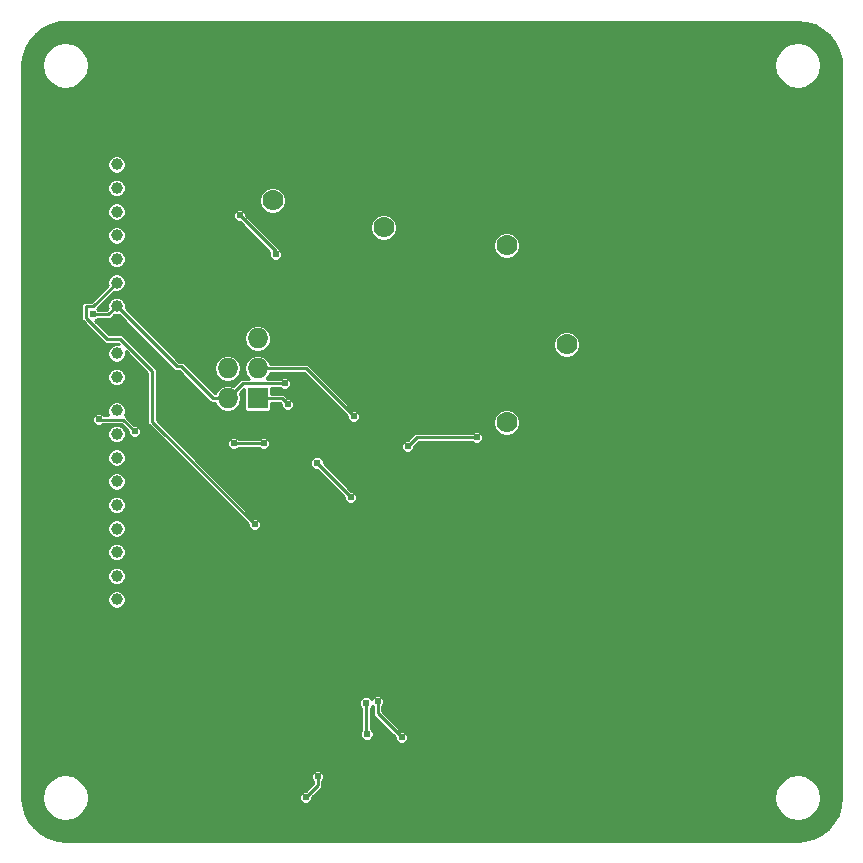
<source format=gbl>
G04 #@! TF.GenerationSoftware,KiCad,Pcbnew,5.0.0-fee4fd1~66~ubuntu18.04.1*
G04 #@! TF.CreationDate,2018-09-12T12:49:42-04:00*
G04 #@! TF.ProjectId,Intro,496E74726F2E6B696361645F70636200,rev?*
G04 #@! TF.SameCoordinates,Original*
G04 #@! TF.FileFunction,Copper,L2,Bot,Signal*
G04 #@! TF.FilePolarity,Positive*
%FSLAX46Y46*%
G04 Gerber Fmt 4.6, Leading zero omitted, Abs format (unit mm)*
G04 Created by KiCad (PCBNEW 5.0.0-fee4fd1~66~ubuntu18.04.1) date Wed Sep 12 12:49:42 2018*
%MOMM*%
%LPD*%
G01*
G04 APERTURE LIST*
G04 #@! TA.AperFunction,ComponentPad*
%ADD10R,1.727200X1.727200*%
G04 #@! TD*
G04 #@! TA.AperFunction,ComponentPad*
%ADD11O,1.727200X1.727200*%
G04 #@! TD*
G04 #@! TA.AperFunction,ComponentPad*
%ADD12C,1.000000*%
G04 #@! TD*
G04 #@! TA.AperFunction,ViaPad*
%ADD13C,0.609600*%
G04 #@! TD*
G04 #@! TA.AperFunction,ViaPad*
%ADD14C,1.778000*%
G04 #@! TD*
G04 #@! TA.AperFunction,Conductor*
%ADD15C,0.254000*%
G04 #@! TD*
G04 APERTURE END LIST*
D10*
G04 #@! TO.P,J4,1*
G04 #@! TO.N,/MISO*
X137414000Y-80518000D03*
D11*
G04 #@! TO.P,J4,2*
G04 #@! TO.N,VCC*
X134874000Y-80518000D03*
G04 #@! TO.P,J4,3*
G04 #@! TO.N,/SCK*
X137414000Y-77978000D03*
G04 #@! TO.P,J4,4*
G04 #@! TO.N,/MOSI*
X134874000Y-77978000D03*
G04 #@! TO.P,J4,5*
G04 #@! TO.N,/RESET*
X137414000Y-75438000D03*
G04 #@! TO.P,J4,6*
G04 #@! TO.N,GND*
X134874000Y-75438000D03*
G04 #@! TD*
D12*
G04 #@! TO.P,J1,1*
G04 #@! TO.N,/Pinout1*
X125476000Y-81534000D03*
G04 #@! TO.P,J1,2*
G04 #@! TO.N,/CANL*
X125476000Y-83534000D03*
G04 #@! TO.P,J1,3*
G04 #@! TO.N,/CANH*
X125476000Y-85534000D03*
G04 #@! TO.P,J1,8*
G04 #@! TO.N,VCC*
X125476000Y-95534000D03*
G04 #@! TO.P,J1,7*
G04 #@! TO.N,/MOSI*
X125476000Y-93534000D03*
G04 #@! TO.P,J1,6*
G04 #@! TO.N,/MISO*
X125476000Y-91534000D03*
G04 #@! TO.P,J1,5*
G04 #@! TO.N,/SCK*
X125476000Y-89534000D03*
G04 #@! TO.P,J1,4*
G04 #@! TO.N,/RESET*
X125476000Y-87534000D03*
G04 #@! TO.P,J1,9*
G04 #@! TO.N,+12V*
X125476000Y-97534000D03*
G04 #@! TO.P,J1,10*
G04 #@! TO.N,GND*
X125476000Y-99534000D03*
G04 #@! TD*
G04 #@! TO.P,J2,10*
G04 #@! TO.N,/Pinout2*
X125476000Y-78706000D03*
G04 #@! TO.P,J2,9*
G04 #@! TO.N,/SensorOut*
X125476000Y-76706000D03*
G04 #@! TO.P,J2,4*
G04 #@! TO.N,/RCOut*
X125476000Y-66706000D03*
G04 #@! TO.P,J2,5*
G04 #@! TO.N,/RCIn*
X125476000Y-68706000D03*
G04 #@! TO.P,J2,6*
G04 #@! TO.N,/SSI_1*
X125476000Y-70706000D03*
G04 #@! TO.P,J2,7*
G04 #@! TO.N,VCC*
X125476000Y-72706000D03*
G04 #@! TO.P,J2,8*
G04 #@! TO.N,GND*
X125476000Y-74706000D03*
G04 #@! TO.P,J2,3*
G04 #@! TO.N,/LSD*
X125476000Y-64706000D03*
G04 #@! TO.P,J2,2*
G04 #@! TO.N,/SS*
X125476000Y-62706000D03*
G04 #@! TO.P,J2,1*
G04 #@! TO.N,Net-(J2-Pad1)*
X125476000Y-60706000D03*
G04 #@! TD*
D13*
G04 #@! TO.N,GND*
X131318000Y-93218000D03*
X160528000Y-76962000D03*
X131572000Y-89408000D03*
X172466000Y-69088000D03*
X163068000Y-71374000D03*
X154432000Y-74422000D03*
X153416000Y-77470000D03*
X166370000Y-82804000D03*
X165354000Y-89662000D03*
X147066000Y-92710000D03*
X145034000Y-86614000D03*
X152146000Y-87376000D03*
X158242000Y-90424000D03*
X154432000Y-93472000D03*
X145034000Y-65278000D03*
X144018000Y-65278000D03*
X163322000Y-106680000D03*
X159766000Y-106680000D03*
X156718000Y-106680000D03*
X136398000Y-109474000D03*
X134112000Y-109474000D03*
X134112000Y-111252000D03*
X136398000Y-111252000D03*
X151384000Y-99822000D03*
X151638000Y-104648000D03*
X152654000Y-103632000D03*
X151638000Y-102616000D03*
X152654000Y-101600000D03*
X151638000Y-100838000D03*
X152654000Y-99822000D03*
X131572000Y-98806000D03*
G04 #@! TO.N,VCC*
X139700000Y-79248000D03*
X155956000Y-83820000D03*
X150114000Y-84582000D03*
X123444000Y-73406000D03*
G04 #@! TO.N,/MISO*
X139954000Y-81026000D03*
G04 #@! TO.N,/RXCAN*
X142427200Y-85979000D03*
X145288000Y-88900000D03*
G04 #@! TO.N,/SCK*
X145542000Y-82042000D03*
G04 #@! TO.N,Net-(C5-Pad2)*
X146646900Y-108920100D03*
X146596100Y-106329300D03*
G04 #@! TO.N,Net-(C11-Pad1)*
X147574000Y-106172000D03*
X149606000Y-109220000D03*
G04 #@! TO.N,/SS*
X135382000Y-84328000D03*
X137922000Y-84328000D03*
X127000000Y-83312000D03*
X123952000Y-82296000D03*
D14*
G04 #@! TO.N,/SSO_1*
X158496000Y-82550000D03*
G04 #@! TO.N,/SensorAmp*
X163576000Y-75946000D03*
G04 #@! TO.N,/SensorOut*
X158496000Y-67564000D03*
D13*
G04 #@! TO.N,/SSI_1*
X137160000Y-91186000D03*
D14*
G04 #@! TO.N,/RCOut*
X148082000Y-66040000D03*
G04 #@! TO.N,/RCIn*
X138684000Y-63754000D03*
D13*
G04 #@! TO.N,/LSD*
X138938000Y-68326000D03*
X135890000Y-65024000D03*
G04 #@! TO.N,Net-(R3-Pad2)*
X142494000Y-112522000D03*
X141478000Y-114300000D03*
G04 #@! TD*
D15*
G04 #@! TO.N,GND*
X138938000Y-92710000D02*
X137668000Y-92710000D01*
X139192000Y-92456000D02*
X138938000Y-92710000D01*
X138684000Y-92456000D02*
X139192000Y-92456000D01*
X138430000Y-92202000D02*
X138684000Y-92456000D01*
X138176000Y-92202000D02*
X138430000Y-92202000D01*
X137414000Y-92202000D02*
X138176000Y-92202000D01*
X137160000Y-92202000D02*
X137414000Y-92202000D01*
X134112000Y-109474000D02*
X136398000Y-109474000D01*
X136398000Y-111252000D02*
X134112000Y-111252000D01*
X152654000Y-103632000D02*
X151638000Y-104648000D01*
X152654000Y-101600000D02*
X151638000Y-102616000D01*
X152654000Y-99822000D02*
X151638000Y-100838000D01*
G04 #@! TO.N,VCC*
X139700000Y-79248000D02*
X136144000Y-79248000D01*
X136144000Y-79248000D02*
X134874000Y-80518000D01*
X134874000Y-80518000D02*
X133652686Y-80518000D01*
X133652686Y-80518000D02*
X130945285Y-77810599D01*
X150114000Y-84582000D02*
X150876000Y-83820000D01*
X150876000Y-83820000D02*
X155956000Y-83820000D01*
X130580599Y-77810599D02*
X125476000Y-72706000D01*
X130945285Y-77810599D02*
X130580599Y-77810599D01*
X124776000Y-73406000D02*
X125476000Y-72706000D01*
X123444000Y-73406000D02*
X124776000Y-73406000D01*
G04 #@! TO.N,/MISO*
X139954000Y-81026000D02*
X139446000Y-80518000D01*
X139446000Y-80518000D02*
X137414000Y-80518000D01*
G04 #@! TO.N,/RXCAN*
X142427200Y-85979000D02*
X145288000Y-88839800D01*
X145288000Y-88839800D02*
X145288000Y-88900000D01*
G04 #@! TO.N,/SCK*
X145542000Y-82042000D02*
X141478000Y-77978000D01*
X141478000Y-77978000D02*
X137414000Y-77978000D01*
G04 #@! TO.N,Net-(C5-Pad2)*
X146596100Y-108869300D02*
X146596100Y-106329300D01*
X146646900Y-108920100D02*
X146596100Y-108869300D01*
G04 #@! TO.N,Net-(C11-Pad1)*
X147574000Y-107188000D02*
X147574000Y-106172000D01*
X149606000Y-109220000D02*
X147574000Y-107188000D01*
G04 #@! TO.N,/SS*
X137922000Y-84328000D02*
X135382000Y-84328000D01*
X123969401Y-82313401D02*
X123952000Y-82296000D01*
X127000000Y-83312000D02*
X126001401Y-82313401D01*
X126001401Y-82313401D02*
X123969401Y-82313401D01*
G04 #@! TO.N,/SSI_1*
X128462366Y-82488366D02*
X137160000Y-91186000D01*
X122859799Y-73686417D02*
X122859799Y-72720201D01*
X124658783Y-75485401D02*
X122859799Y-73686417D01*
X125777401Y-75485401D02*
X124658783Y-75485401D01*
X128462366Y-82488366D02*
X128462366Y-78170366D01*
X128462366Y-78170366D02*
X125777401Y-75485401D01*
X123461799Y-72720201D02*
X125476000Y-70706000D01*
X122859799Y-72720201D02*
X123461799Y-72720201D01*
G04 #@! TO.N,/LSD*
X135890000Y-65024000D02*
X138938000Y-68072000D01*
X138938000Y-68072000D02*
X138938000Y-68326000D01*
G04 #@! TO.N,Net-(R3-Pad2)*
X142494000Y-113284000D02*
X142494000Y-112522000D01*
X141478000Y-114300000D02*
X142494000Y-113284000D01*
G04 #@! TD*
G04 #@! TO.N,GND*
G36*
X183883736Y-48718032D02*
X184591336Y-48939780D01*
X185239894Y-49299282D01*
X185802917Y-49781851D01*
X186257407Y-50367775D01*
X186584799Y-51033124D01*
X186772740Y-51754639D01*
X186816600Y-52324652D01*
X186816601Y-114295301D01*
X186739968Y-115049735D01*
X186518220Y-115757334D01*
X186158718Y-116405894D01*
X185676149Y-116968917D01*
X185090223Y-117423408D01*
X184424875Y-117750800D01*
X183703361Y-117938740D01*
X183133348Y-117982600D01*
X121162690Y-117982600D01*
X120408265Y-117905968D01*
X119700666Y-117684220D01*
X119052106Y-117324718D01*
X118489083Y-116842149D01*
X118034592Y-116256223D01*
X117707200Y-115590875D01*
X117519260Y-114869361D01*
X117476374Y-114312000D01*
X119164650Y-114312000D01*
X119261624Y-114924271D01*
X119543054Y-115476608D01*
X119981392Y-115914946D01*
X120533729Y-116196376D01*
X121146000Y-116293350D01*
X121758271Y-116196376D01*
X122310608Y-115914946D01*
X122748946Y-115476608D01*
X123030376Y-114924271D01*
X123127350Y-114312000D01*
X123107045Y-114183795D01*
X140893800Y-114183795D01*
X140893800Y-114416205D01*
X140982739Y-114630923D01*
X141147077Y-114795261D01*
X141361795Y-114884200D01*
X141594205Y-114884200D01*
X141808923Y-114795261D01*
X141973261Y-114630923D01*
X142062200Y-114416205D01*
X142062200Y-114312000D01*
X181164650Y-114312000D01*
X181261624Y-114924271D01*
X181543054Y-115476608D01*
X181981392Y-115914946D01*
X182533729Y-116196376D01*
X183146000Y-116293350D01*
X183758271Y-116196376D01*
X184310608Y-115914946D01*
X184748946Y-115476608D01*
X185030376Y-114924271D01*
X185127350Y-114312000D01*
X185030376Y-113699729D01*
X184748946Y-113147392D01*
X184310608Y-112709054D01*
X183758271Y-112427624D01*
X183146000Y-112330650D01*
X182533729Y-112427624D01*
X181981392Y-112709054D01*
X181543054Y-113147392D01*
X181261624Y-113699729D01*
X181164650Y-114312000D01*
X142062200Y-114312000D01*
X142062200Y-114290535D01*
X142753069Y-113599667D01*
X142786997Y-113576997D01*
X142876820Y-113442569D01*
X142900400Y-113324023D01*
X142900400Y-113324018D01*
X142908360Y-113284000D01*
X142900400Y-113243982D01*
X142900400Y-112941784D01*
X142989261Y-112852923D01*
X143078200Y-112638205D01*
X143078200Y-112405795D01*
X142989261Y-112191077D01*
X142824923Y-112026739D01*
X142610205Y-111937800D01*
X142377795Y-111937800D01*
X142163077Y-112026739D01*
X141998739Y-112191077D01*
X141909800Y-112405795D01*
X141909800Y-112638205D01*
X141998739Y-112852923D01*
X142087600Y-112941784D01*
X142087600Y-113115664D01*
X141487465Y-113715800D01*
X141361795Y-113715800D01*
X141147077Y-113804739D01*
X140982739Y-113969077D01*
X140893800Y-114183795D01*
X123107045Y-114183795D01*
X123030376Y-113699729D01*
X122748946Y-113147392D01*
X122310608Y-112709054D01*
X121758271Y-112427624D01*
X121146000Y-112330650D01*
X120533729Y-112427624D01*
X119981392Y-112709054D01*
X119543054Y-113147392D01*
X119261624Y-113699729D01*
X119164650Y-114312000D01*
X117476374Y-114312000D01*
X117475400Y-114299348D01*
X117475400Y-106213095D01*
X146011900Y-106213095D01*
X146011900Y-106445505D01*
X146100839Y-106660223D01*
X146189701Y-106749085D01*
X146189700Y-108551116D01*
X146151639Y-108589177D01*
X146062700Y-108803895D01*
X146062700Y-109036305D01*
X146151639Y-109251023D01*
X146315977Y-109415361D01*
X146530695Y-109504300D01*
X146763105Y-109504300D01*
X146977823Y-109415361D01*
X147142161Y-109251023D01*
X147231100Y-109036305D01*
X147231100Y-108803895D01*
X147142161Y-108589177D01*
X147002500Y-108449516D01*
X147002500Y-106749084D01*
X147091361Y-106660223D01*
X147133736Y-106557920D01*
X147167601Y-106591785D01*
X147167600Y-107147982D01*
X147159640Y-107188000D01*
X147167600Y-107228018D01*
X147167600Y-107228022D01*
X147191180Y-107346568D01*
X147281003Y-107480997D01*
X147314935Y-107503670D01*
X149021800Y-109210536D01*
X149021800Y-109336205D01*
X149110739Y-109550923D01*
X149275077Y-109715261D01*
X149489795Y-109804200D01*
X149722205Y-109804200D01*
X149936923Y-109715261D01*
X150101261Y-109550923D01*
X150190200Y-109336205D01*
X150190200Y-109103795D01*
X150101261Y-108889077D01*
X149936923Y-108724739D01*
X149722205Y-108635800D01*
X149596536Y-108635800D01*
X147980400Y-107019665D01*
X147980400Y-106591784D01*
X148069261Y-106502923D01*
X148158200Y-106288205D01*
X148158200Y-106055795D01*
X148069261Y-105841077D01*
X147904923Y-105676739D01*
X147690205Y-105587800D01*
X147457795Y-105587800D01*
X147243077Y-105676739D01*
X147078739Y-105841077D01*
X147036364Y-105943380D01*
X146927023Y-105834039D01*
X146712305Y-105745100D01*
X146479895Y-105745100D01*
X146265177Y-105834039D01*
X146100839Y-105998377D01*
X146011900Y-106213095D01*
X117475400Y-106213095D01*
X117475400Y-97378968D01*
X124696600Y-97378968D01*
X124696600Y-97689032D01*
X124815257Y-97975494D01*
X125034506Y-98194743D01*
X125320968Y-98313400D01*
X125631032Y-98313400D01*
X125917494Y-98194743D01*
X126136743Y-97975494D01*
X126255400Y-97689032D01*
X126255400Y-97378968D01*
X126136743Y-97092506D01*
X125917494Y-96873257D01*
X125631032Y-96754600D01*
X125320968Y-96754600D01*
X125034506Y-96873257D01*
X124815257Y-97092506D01*
X124696600Y-97378968D01*
X117475400Y-97378968D01*
X117475400Y-95378968D01*
X124696600Y-95378968D01*
X124696600Y-95689032D01*
X124815257Y-95975494D01*
X125034506Y-96194743D01*
X125320968Y-96313400D01*
X125631032Y-96313400D01*
X125917494Y-96194743D01*
X126136743Y-95975494D01*
X126255400Y-95689032D01*
X126255400Y-95378968D01*
X126136743Y-95092506D01*
X125917494Y-94873257D01*
X125631032Y-94754600D01*
X125320968Y-94754600D01*
X125034506Y-94873257D01*
X124815257Y-95092506D01*
X124696600Y-95378968D01*
X117475400Y-95378968D01*
X117475400Y-93378968D01*
X124696600Y-93378968D01*
X124696600Y-93689032D01*
X124815257Y-93975494D01*
X125034506Y-94194743D01*
X125320968Y-94313400D01*
X125631032Y-94313400D01*
X125917494Y-94194743D01*
X126136743Y-93975494D01*
X126255400Y-93689032D01*
X126255400Y-93378968D01*
X126136743Y-93092506D01*
X125917494Y-92873257D01*
X125631032Y-92754600D01*
X125320968Y-92754600D01*
X125034506Y-92873257D01*
X124815257Y-93092506D01*
X124696600Y-93378968D01*
X117475400Y-93378968D01*
X117475400Y-91378968D01*
X124696600Y-91378968D01*
X124696600Y-91689032D01*
X124815257Y-91975494D01*
X125034506Y-92194743D01*
X125320968Y-92313400D01*
X125631032Y-92313400D01*
X125917494Y-92194743D01*
X126136743Y-91975494D01*
X126255400Y-91689032D01*
X126255400Y-91378968D01*
X126136743Y-91092506D01*
X125917494Y-90873257D01*
X125631032Y-90754600D01*
X125320968Y-90754600D01*
X125034506Y-90873257D01*
X124815257Y-91092506D01*
X124696600Y-91378968D01*
X117475400Y-91378968D01*
X117475400Y-89378968D01*
X124696600Y-89378968D01*
X124696600Y-89689032D01*
X124815257Y-89975494D01*
X125034506Y-90194743D01*
X125320968Y-90313400D01*
X125631032Y-90313400D01*
X125917494Y-90194743D01*
X126136743Y-89975494D01*
X126255400Y-89689032D01*
X126255400Y-89378968D01*
X126136743Y-89092506D01*
X125917494Y-88873257D01*
X125631032Y-88754600D01*
X125320968Y-88754600D01*
X125034506Y-88873257D01*
X124815257Y-89092506D01*
X124696600Y-89378968D01*
X117475400Y-89378968D01*
X117475400Y-87378968D01*
X124696600Y-87378968D01*
X124696600Y-87689032D01*
X124815257Y-87975494D01*
X125034506Y-88194743D01*
X125320968Y-88313400D01*
X125631032Y-88313400D01*
X125917494Y-88194743D01*
X126136743Y-87975494D01*
X126255400Y-87689032D01*
X126255400Y-87378968D01*
X126136743Y-87092506D01*
X125917494Y-86873257D01*
X125631032Y-86754600D01*
X125320968Y-86754600D01*
X125034506Y-86873257D01*
X124815257Y-87092506D01*
X124696600Y-87378968D01*
X117475400Y-87378968D01*
X117475400Y-85378968D01*
X124696600Y-85378968D01*
X124696600Y-85689032D01*
X124815257Y-85975494D01*
X125034506Y-86194743D01*
X125320968Y-86313400D01*
X125631032Y-86313400D01*
X125917494Y-86194743D01*
X126136743Y-85975494D01*
X126255400Y-85689032D01*
X126255400Y-85378968D01*
X126136743Y-85092506D01*
X125917494Y-84873257D01*
X125631032Y-84754600D01*
X125320968Y-84754600D01*
X125034506Y-84873257D01*
X124815257Y-85092506D01*
X124696600Y-85378968D01*
X117475400Y-85378968D01*
X117475400Y-83378968D01*
X124696600Y-83378968D01*
X124696600Y-83689032D01*
X124815257Y-83975494D01*
X125034506Y-84194743D01*
X125320968Y-84313400D01*
X125631032Y-84313400D01*
X125917494Y-84194743D01*
X126136743Y-83975494D01*
X126255400Y-83689032D01*
X126255400Y-83378968D01*
X126136743Y-83092506D01*
X125917494Y-82873257D01*
X125631032Y-82754600D01*
X125320968Y-82754600D01*
X125034506Y-82873257D01*
X124815257Y-83092506D01*
X124696600Y-83378968D01*
X117475400Y-83378968D01*
X117475400Y-82179795D01*
X123367800Y-82179795D01*
X123367800Y-82412205D01*
X123456739Y-82626923D01*
X123621077Y-82791261D01*
X123835795Y-82880200D01*
X124068205Y-82880200D01*
X124282923Y-82791261D01*
X124354383Y-82719801D01*
X125833066Y-82719801D01*
X126415800Y-83302536D01*
X126415800Y-83428205D01*
X126504739Y-83642923D01*
X126669077Y-83807261D01*
X126883795Y-83896200D01*
X127116205Y-83896200D01*
X127330923Y-83807261D01*
X127495261Y-83642923D01*
X127584200Y-83428205D01*
X127584200Y-83195795D01*
X127495261Y-82981077D01*
X127330923Y-82816739D01*
X127116205Y-82727800D01*
X126990536Y-82727800D01*
X126317071Y-82054336D01*
X126294398Y-82020404D01*
X126159970Y-81930581D01*
X126155699Y-81929731D01*
X126255400Y-81689032D01*
X126255400Y-81378968D01*
X126136743Y-81092506D01*
X125917494Y-80873257D01*
X125631032Y-80754600D01*
X125320968Y-80754600D01*
X125034506Y-80873257D01*
X124815257Y-81092506D01*
X124696600Y-81378968D01*
X124696600Y-81689032D01*
X124786886Y-81907001D01*
X124389185Y-81907001D01*
X124282923Y-81800739D01*
X124068205Y-81711800D01*
X123835795Y-81711800D01*
X123621077Y-81800739D01*
X123456739Y-81965077D01*
X123367800Y-82179795D01*
X117475400Y-82179795D01*
X117475400Y-78550968D01*
X124696600Y-78550968D01*
X124696600Y-78861032D01*
X124815257Y-79147494D01*
X125034506Y-79366743D01*
X125320968Y-79485400D01*
X125631032Y-79485400D01*
X125917494Y-79366743D01*
X126136743Y-79147494D01*
X126255400Y-78861032D01*
X126255400Y-78550968D01*
X126136743Y-78264506D01*
X125917494Y-78045257D01*
X125631032Y-77926600D01*
X125320968Y-77926600D01*
X125034506Y-78045257D01*
X124815257Y-78264506D01*
X124696600Y-78550968D01*
X117475400Y-78550968D01*
X117475400Y-72720201D01*
X122445438Y-72720201D01*
X122453400Y-72760229D01*
X122453399Y-73646399D01*
X122445439Y-73686417D01*
X122453399Y-73726435D01*
X122453399Y-73726439D01*
X122476979Y-73844985D01*
X122566802Y-73979414D01*
X122600734Y-74002087D01*
X124343117Y-75744472D01*
X124365786Y-75778398D01*
X124399712Y-75801067D01*
X124399715Y-75801070D01*
X124500213Y-75868221D01*
X124526967Y-75873542D01*
X124618760Y-75891801D01*
X124618763Y-75891801D01*
X124658783Y-75899761D01*
X124698802Y-75891801D01*
X125609066Y-75891801D01*
X125652939Y-75935674D01*
X125631032Y-75926600D01*
X125320968Y-75926600D01*
X125034506Y-76045257D01*
X124815257Y-76264506D01*
X124696600Y-76550968D01*
X124696600Y-76861032D01*
X124815257Y-77147494D01*
X125034506Y-77366743D01*
X125320968Y-77485400D01*
X125631032Y-77485400D01*
X125917494Y-77366743D01*
X126136743Y-77147494D01*
X126255400Y-76861032D01*
X126255400Y-76550968D01*
X126246326Y-76529061D01*
X128055967Y-78338703D01*
X128055966Y-82448348D01*
X128048006Y-82488366D01*
X128055966Y-82528384D01*
X128055966Y-82528388D01*
X128079546Y-82646934D01*
X128169369Y-82781363D01*
X128203301Y-82804036D01*
X136575800Y-91176536D01*
X136575800Y-91302205D01*
X136664739Y-91516923D01*
X136829077Y-91681261D01*
X137043795Y-91770200D01*
X137276205Y-91770200D01*
X137490923Y-91681261D01*
X137655261Y-91516923D01*
X137744200Y-91302205D01*
X137744200Y-91069795D01*
X137655261Y-90855077D01*
X137490923Y-90690739D01*
X137276205Y-90601800D01*
X137150536Y-90601800D01*
X132411531Y-85862795D01*
X141843000Y-85862795D01*
X141843000Y-86095205D01*
X141931939Y-86309923D01*
X142096277Y-86474261D01*
X142310995Y-86563200D01*
X142436665Y-86563200D01*
X144703800Y-88830336D01*
X144703800Y-89016205D01*
X144792739Y-89230923D01*
X144957077Y-89395261D01*
X145171795Y-89484200D01*
X145404205Y-89484200D01*
X145618923Y-89395261D01*
X145783261Y-89230923D01*
X145872200Y-89016205D01*
X145872200Y-88783795D01*
X145783261Y-88569077D01*
X145618923Y-88404739D01*
X145404205Y-88315800D01*
X145338736Y-88315800D01*
X143011400Y-85988465D01*
X143011400Y-85862795D01*
X142922461Y-85648077D01*
X142758123Y-85483739D01*
X142543405Y-85394800D01*
X142310995Y-85394800D01*
X142096277Y-85483739D01*
X141931939Y-85648077D01*
X141843000Y-85862795D01*
X132411531Y-85862795D01*
X130760531Y-84211795D01*
X134797800Y-84211795D01*
X134797800Y-84444205D01*
X134886739Y-84658923D01*
X135051077Y-84823261D01*
X135265795Y-84912200D01*
X135498205Y-84912200D01*
X135712923Y-84823261D01*
X135801784Y-84734400D01*
X137502216Y-84734400D01*
X137591077Y-84823261D01*
X137805795Y-84912200D01*
X138038205Y-84912200D01*
X138252923Y-84823261D01*
X138417261Y-84658923D01*
X138497257Y-84465795D01*
X149529800Y-84465795D01*
X149529800Y-84698205D01*
X149618739Y-84912923D01*
X149783077Y-85077261D01*
X149997795Y-85166200D01*
X150230205Y-85166200D01*
X150444923Y-85077261D01*
X150609261Y-84912923D01*
X150698200Y-84698205D01*
X150698200Y-84572535D01*
X151044336Y-84226400D01*
X155536216Y-84226400D01*
X155625077Y-84315261D01*
X155839795Y-84404200D01*
X156072205Y-84404200D01*
X156286923Y-84315261D01*
X156451261Y-84150923D01*
X156540200Y-83936205D01*
X156540200Y-83703795D01*
X156451261Y-83489077D01*
X156286923Y-83324739D01*
X156072205Y-83235800D01*
X155839795Y-83235800D01*
X155625077Y-83324739D01*
X155536216Y-83413600D01*
X150916019Y-83413600D01*
X150876000Y-83405640D01*
X150835980Y-83413600D01*
X150835977Y-83413600D01*
X150744184Y-83431859D01*
X150717430Y-83437180D01*
X150616932Y-83504332D01*
X150583003Y-83527003D01*
X150560332Y-83560932D01*
X150123465Y-83997800D01*
X149997795Y-83997800D01*
X149783077Y-84086739D01*
X149618739Y-84251077D01*
X149529800Y-84465795D01*
X138497257Y-84465795D01*
X138506200Y-84444205D01*
X138506200Y-84211795D01*
X138417261Y-83997077D01*
X138252923Y-83832739D01*
X138038205Y-83743800D01*
X137805795Y-83743800D01*
X137591077Y-83832739D01*
X137502216Y-83921600D01*
X135801784Y-83921600D01*
X135712923Y-83832739D01*
X135498205Y-83743800D01*
X135265795Y-83743800D01*
X135051077Y-83832739D01*
X134886739Y-83997077D01*
X134797800Y-84211795D01*
X130760531Y-84211795D01*
X128868766Y-82320031D01*
X128868766Y-78210384D01*
X128876726Y-78170366D01*
X128868766Y-78130348D01*
X128868766Y-78130343D01*
X128845186Y-78011797D01*
X128792844Y-77933462D01*
X128778034Y-77911298D01*
X128755363Y-77877369D01*
X128721434Y-77854698D01*
X126093071Y-75226336D01*
X126070398Y-75192404D01*
X125935970Y-75102581D01*
X125817424Y-75079001D01*
X125817419Y-75079001D01*
X125777401Y-75071041D01*
X125737383Y-75079001D01*
X124827120Y-75079001D01*
X123686150Y-73938032D01*
X123774923Y-73901261D01*
X123863784Y-73812400D01*
X124735982Y-73812400D01*
X124776000Y-73820360D01*
X124816018Y-73812400D01*
X124816023Y-73812400D01*
X124934569Y-73788820D01*
X125068997Y-73698997D01*
X125091669Y-73665066D01*
X125285873Y-73470863D01*
X125320968Y-73485400D01*
X125631032Y-73485400D01*
X125666128Y-73470863D01*
X130264930Y-78069666D01*
X130287602Y-78103596D01*
X130422030Y-78193419D01*
X130540576Y-78216999D01*
X130540580Y-78216999D01*
X130580598Y-78224959D01*
X130620616Y-78216999D01*
X130776950Y-78216999D01*
X133337017Y-80777067D01*
X133359689Y-80810997D01*
X133494117Y-80900820D01*
X133612663Y-80924400D01*
X133612667Y-80924400D01*
X133652685Y-80932360D01*
X133692703Y-80924400D01*
X133789446Y-80924400D01*
X133797318Y-80963976D01*
X134049943Y-81342057D01*
X134428024Y-81594682D01*
X134761428Y-81661000D01*
X134986572Y-81661000D01*
X135319976Y-81594682D01*
X135698057Y-81342057D01*
X135950682Y-80963976D01*
X136039392Y-80518000D01*
X135950682Y-80072024D01*
X135928263Y-80038472D01*
X136265527Y-79701209D01*
X136265527Y-81381600D01*
X136287212Y-81490616D01*
X136348964Y-81583036D01*
X136441384Y-81644788D01*
X136550400Y-81666473D01*
X138277600Y-81666473D01*
X138386616Y-81644788D01*
X138479036Y-81583036D01*
X138540788Y-81490616D01*
X138562473Y-81381600D01*
X138562473Y-80924400D01*
X139277664Y-80924400D01*
X139369800Y-81016536D01*
X139369800Y-81142205D01*
X139458739Y-81356923D01*
X139623077Y-81521261D01*
X139837795Y-81610200D01*
X140070205Y-81610200D01*
X140284923Y-81521261D01*
X140449261Y-81356923D01*
X140538200Y-81142205D01*
X140538200Y-80909795D01*
X140449261Y-80695077D01*
X140284923Y-80530739D01*
X140070205Y-80441800D01*
X139944536Y-80441800D01*
X139761669Y-80258934D01*
X139738997Y-80225003D01*
X139604569Y-80135180D01*
X139486023Y-80111600D01*
X139486018Y-80111600D01*
X139446000Y-80103640D01*
X139405982Y-80111600D01*
X138562473Y-80111600D01*
X138562473Y-79654400D01*
X139280216Y-79654400D01*
X139369077Y-79743261D01*
X139583795Y-79832200D01*
X139816205Y-79832200D01*
X140030923Y-79743261D01*
X140195261Y-79578923D01*
X140284200Y-79364205D01*
X140284200Y-79131795D01*
X140195261Y-78917077D01*
X140030923Y-78752739D01*
X139816205Y-78663800D01*
X139583795Y-78663800D01*
X139369077Y-78752739D01*
X139280216Y-78841600D01*
X138178877Y-78841600D01*
X138238057Y-78802057D01*
X138490682Y-78423976D01*
X138498554Y-78384400D01*
X141309665Y-78384400D01*
X144957800Y-82032536D01*
X144957800Y-82158205D01*
X145046739Y-82372923D01*
X145211077Y-82537261D01*
X145425795Y-82626200D01*
X145658205Y-82626200D01*
X145872923Y-82537261D01*
X146037261Y-82372923D01*
X146060180Y-82317591D01*
X157327600Y-82317591D01*
X157327600Y-82782409D01*
X157505479Y-83211845D01*
X157834155Y-83540521D01*
X158263591Y-83718400D01*
X158728409Y-83718400D01*
X159157845Y-83540521D01*
X159486521Y-83211845D01*
X159664400Y-82782409D01*
X159664400Y-82317591D01*
X159486521Y-81888155D01*
X159157845Y-81559479D01*
X158728409Y-81381600D01*
X158263591Y-81381600D01*
X157834155Y-81559479D01*
X157505479Y-81888155D01*
X157327600Y-82317591D01*
X146060180Y-82317591D01*
X146126200Y-82158205D01*
X146126200Y-81925795D01*
X146037261Y-81711077D01*
X145872923Y-81546739D01*
X145658205Y-81457800D01*
X145532536Y-81457800D01*
X141793670Y-77718935D01*
X141770997Y-77685003D01*
X141636569Y-77595180D01*
X141518023Y-77571600D01*
X141518018Y-77571600D01*
X141478000Y-77563640D01*
X141437982Y-77571600D01*
X138498554Y-77571600D01*
X138490682Y-77532024D01*
X138238057Y-77153943D01*
X137859976Y-76901318D01*
X137526572Y-76835000D01*
X137301428Y-76835000D01*
X136968024Y-76901318D01*
X136589943Y-77153943D01*
X136337318Y-77532024D01*
X136248608Y-77978000D01*
X136337318Y-78423976D01*
X136589943Y-78802057D01*
X136649123Y-78841600D01*
X136184017Y-78841600D01*
X136143999Y-78833640D01*
X136103981Y-78841600D01*
X136103977Y-78841600D01*
X135985431Y-78865180D01*
X135851003Y-78955003D01*
X135828332Y-78988932D01*
X135353528Y-79463737D01*
X135319976Y-79441318D01*
X134986572Y-79375000D01*
X134761428Y-79375000D01*
X134428024Y-79441318D01*
X134049943Y-79693943D01*
X133797318Y-80072024D01*
X133794685Y-80085263D01*
X131687422Y-77978000D01*
X133708608Y-77978000D01*
X133797318Y-78423976D01*
X134049943Y-78802057D01*
X134428024Y-79054682D01*
X134761428Y-79121000D01*
X134986572Y-79121000D01*
X135319976Y-79054682D01*
X135698057Y-78802057D01*
X135950682Y-78423976D01*
X136039392Y-77978000D01*
X135950682Y-77532024D01*
X135698057Y-77153943D01*
X135319976Y-76901318D01*
X134986572Y-76835000D01*
X134761428Y-76835000D01*
X134428024Y-76901318D01*
X134049943Y-77153943D01*
X133797318Y-77532024D01*
X133708608Y-77978000D01*
X131687422Y-77978000D01*
X131260955Y-77551534D01*
X131238282Y-77517602D01*
X131103854Y-77427779D01*
X130985308Y-77404199D01*
X130985303Y-77404199D01*
X130945285Y-77396239D01*
X130905267Y-77404199D01*
X130748935Y-77404199D01*
X128782736Y-75438000D01*
X136248608Y-75438000D01*
X136337318Y-75883976D01*
X136589943Y-76262057D01*
X136968024Y-76514682D01*
X137301428Y-76581000D01*
X137526572Y-76581000D01*
X137859976Y-76514682D01*
X138238057Y-76262057D01*
X138490682Y-75883976D01*
X138524573Y-75713591D01*
X162407600Y-75713591D01*
X162407600Y-76178409D01*
X162585479Y-76607845D01*
X162914155Y-76936521D01*
X163343591Y-77114400D01*
X163808409Y-77114400D01*
X164237845Y-76936521D01*
X164566521Y-76607845D01*
X164744400Y-76178409D01*
X164744400Y-75713591D01*
X164566521Y-75284155D01*
X164237845Y-74955479D01*
X163808409Y-74777600D01*
X163343591Y-74777600D01*
X162914155Y-74955479D01*
X162585479Y-75284155D01*
X162407600Y-75713591D01*
X138524573Y-75713591D01*
X138579392Y-75438000D01*
X138490682Y-74992024D01*
X138238057Y-74613943D01*
X137859976Y-74361318D01*
X137526572Y-74295000D01*
X137301428Y-74295000D01*
X136968024Y-74361318D01*
X136589943Y-74613943D01*
X136337318Y-74992024D01*
X136248608Y-75438000D01*
X128782736Y-75438000D01*
X126240863Y-72896128D01*
X126255400Y-72861032D01*
X126255400Y-72550968D01*
X126136743Y-72264506D01*
X125917494Y-72045257D01*
X125631032Y-71926600D01*
X125320968Y-71926600D01*
X125034506Y-72045257D01*
X124815257Y-72264506D01*
X124696600Y-72550968D01*
X124696600Y-72861032D01*
X124711137Y-72896127D01*
X124607665Y-72999600D01*
X123863784Y-72999600D01*
X123810460Y-72946276D01*
X125285873Y-71470863D01*
X125320968Y-71485400D01*
X125631032Y-71485400D01*
X125917494Y-71366743D01*
X126136743Y-71147494D01*
X126255400Y-70861032D01*
X126255400Y-70550968D01*
X126136743Y-70264506D01*
X125917494Y-70045257D01*
X125631032Y-69926600D01*
X125320968Y-69926600D01*
X125034506Y-70045257D01*
X124815257Y-70264506D01*
X124696600Y-70550968D01*
X124696600Y-70861032D01*
X124711137Y-70896127D01*
X123293464Y-72313801D01*
X122899822Y-72313801D01*
X122859799Y-72305840D01*
X122819776Y-72313801D01*
X122701230Y-72337381D01*
X122566802Y-72427204D01*
X122476979Y-72561632D01*
X122445438Y-72720201D01*
X117475400Y-72720201D01*
X117475400Y-68550968D01*
X124696600Y-68550968D01*
X124696600Y-68861032D01*
X124815257Y-69147494D01*
X125034506Y-69366743D01*
X125320968Y-69485400D01*
X125631032Y-69485400D01*
X125917494Y-69366743D01*
X126136743Y-69147494D01*
X126255400Y-68861032D01*
X126255400Y-68550968D01*
X126136743Y-68264506D01*
X125917494Y-68045257D01*
X125631032Y-67926600D01*
X125320968Y-67926600D01*
X125034506Y-68045257D01*
X124815257Y-68264506D01*
X124696600Y-68550968D01*
X117475400Y-68550968D01*
X117475400Y-66550968D01*
X124696600Y-66550968D01*
X124696600Y-66861032D01*
X124815257Y-67147494D01*
X125034506Y-67366743D01*
X125320968Y-67485400D01*
X125631032Y-67485400D01*
X125917494Y-67366743D01*
X126136743Y-67147494D01*
X126255400Y-66861032D01*
X126255400Y-66550968D01*
X126136743Y-66264506D01*
X125917494Y-66045257D01*
X125631032Y-65926600D01*
X125320968Y-65926600D01*
X125034506Y-66045257D01*
X124815257Y-66264506D01*
X124696600Y-66550968D01*
X117475400Y-66550968D01*
X117475400Y-64550968D01*
X124696600Y-64550968D01*
X124696600Y-64861032D01*
X124815257Y-65147494D01*
X125034506Y-65366743D01*
X125320968Y-65485400D01*
X125631032Y-65485400D01*
X125917494Y-65366743D01*
X126136743Y-65147494D01*
X126236030Y-64907795D01*
X135305800Y-64907795D01*
X135305800Y-65140205D01*
X135394739Y-65354923D01*
X135559077Y-65519261D01*
X135773795Y-65608200D01*
X135899465Y-65608200D01*
X138396931Y-68105667D01*
X138353800Y-68209795D01*
X138353800Y-68442205D01*
X138442739Y-68656923D01*
X138607077Y-68821261D01*
X138821795Y-68910200D01*
X139054205Y-68910200D01*
X139268923Y-68821261D01*
X139433261Y-68656923D01*
X139522200Y-68442205D01*
X139522200Y-68209795D01*
X139433261Y-67995077D01*
X139268923Y-67830739D01*
X139264282Y-67828817D01*
X139230997Y-67779003D01*
X139197069Y-67756333D01*
X138772327Y-67331591D01*
X157327600Y-67331591D01*
X157327600Y-67796409D01*
X157505479Y-68225845D01*
X157834155Y-68554521D01*
X158263591Y-68732400D01*
X158728409Y-68732400D01*
X159157845Y-68554521D01*
X159486521Y-68225845D01*
X159664400Y-67796409D01*
X159664400Y-67331591D01*
X159486521Y-66902155D01*
X159157845Y-66573479D01*
X158728409Y-66395600D01*
X158263591Y-66395600D01*
X157834155Y-66573479D01*
X157505479Y-66902155D01*
X157327600Y-67331591D01*
X138772327Y-67331591D01*
X137248327Y-65807591D01*
X146913600Y-65807591D01*
X146913600Y-66272409D01*
X147091479Y-66701845D01*
X147420155Y-67030521D01*
X147849591Y-67208400D01*
X148314409Y-67208400D01*
X148743845Y-67030521D01*
X149072521Y-66701845D01*
X149250400Y-66272409D01*
X149250400Y-65807591D01*
X149072521Y-65378155D01*
X148743845Y-65049479D01*
X148314409Y-64871600D01*
X147849591Y-64871600D01*
X147420155Y-65049479D01*
X147091479Y-65378155D01*
X146913600Y-65807591D01*
X137248327Y-65807591D01*
X136474200Y-65033465D01*
X136474200Y-64907795D01*
X136385261Y-64693077D01*
X136220923Y-64528739D01*
X136006205Y-64439800D01*
X135773795Y-64439800D01*
X135559077Y-64528739D01*
X135394739Y-64693077D01*
X135305800Y-64907795D01*
X126236030Y-64907795D01*
X126255400Y-64861032D01*
X126255400Y-64550968D01*
X126136743Y-64264506D01*
X125917494Y-64045257D01*
X125631032Y-63926600D01*
X125320968Y-63926600D01*
X125034506Y-64045257D01*
X124815257Y-64264506D01*
X124696600Y-64550968D01*
X117475400Y-64550968D01*
X117475400Y-63521591D01*
X137515600Y-63521591D01*
X137515600Y-63986409D01*
X137693479Y-64415845D01*
X138022155Y-64744521D01*
X138451591Y-64922400D01*
X138916409Y-64922400D01*
X139345845Y-64744521D01*
X139674521Y-64415845D01*
X139852400Y-63986409D01*
X139852400Y-63521591D01*
X139674521Y-63092155D01*
X139345845Y-62763479D01*
X138916409Y-62585600D01*
X138451591Y-62585600D01*
X138022155Y-62763479D01*
X137693479Y-63092155D01*
X137515600Y-63521591D01*
X117475400Y-63521591D01*
X117475400Y-62550968D01*
X124696600Y-62550968D01*
X124696600Y-62861032D01*
X124815257Y-63147494D01*
X125034506Y-63366743D01*
X125320968Y-63485400D01*
X125631032Y-63485400D01*
X125917494Y-63366743D01*
X126136743Y-63147494D01*
X126255400Y-62861032D01*
X126255400Y-62550968D01*
X126136743Y-62264506D01*
X125917494Y-62045257D01*
X125631032Y-61926600D01*
X125320968Y-61926600D01*
X125034506Y-62045257D01*
X124815257Y-62264506D01*
X124696600Y-62550968D01*
X117475400Y-62550968D01*
X117475400Y-60550968D01*
X124696600Y-60550968D01*
X124696600Y-60861032D01*
X124815257Y-61147494D01*
X125034506Y-61366743D01*
X125320968Y-61485400D01*
X125631032Y-61485400D01*
X125917494Y-61366743D01*
X126136743Y-61147494D01*
X126255400Y-60861032D01*
X126255400Y-60550968D01*
X126136743Y-60264506D01*
X125917494Y-60045257D01*
X125631032Y-59926600D01*
X125320968Y-59926600D01*
X125034506Y-60045257D01*
X124815257Y-60264506D01*
X124696600Y-60550968D01*
X117475400Y-60550968D01*
X117475400Y-52328690D01*
X117477095Y-52312000D01*
X119164650Y-52312000D01*
X119261624Y-52924271D01*
X119543054Y-53476608D01*
X119981392Y-53914946D01*
X120533729Y-54196376D01*
X121146000Y-54293350D01*
X121758271Y-54196376D01*
X122310608Y-53914946D01*
X122748946Y-53476608D01*
X123030376Y-52924271D01*
X123127350Y-52312000D01*
X181164650Y-52312000D01*
X181261624Y-52924271D01*
X181543054Y-53476608D01*
X181981392Y-53914946D01*
X182533729Y-54196376D01*
X183146000Y-54293350D01*
X183758271Y-54196376D01*
X184310608Y-53914946D01*
X184748946Y-53476608D01*
X185030376Y-52924271D01*
X185127350Y-52312000D01*
X185030376Y-51699729D01*
X184748946Y-51147392D01*
X184310608Y-50709054D01*
X183758271Y-50427624D01*
X183146000Y-50330650D01*
X182533729Y-50427624D01*
X181981392Y-50709054D01*
X181543054Y-51147392D01*
X181261624Y-51699729D01*
X181164650Y-52312000D01*
X123127350Y-52312000D01*
X123030376Y-51699729D01*
X122748946Y-51147392D01*
X122310608Y-50709054D01*
X121758271Y-50427624D01*
X121146000Y-50330650D01*
X120533729Y-50427624D01*
X119981392Y-50709054D01*
X119543054Y-51147392D01*
X119261624Y-51699729D01*
X119164650Y-52312000D01*
X117477095Y-52312000D01*
X117552032Y-51574264D01*
X117773780Y-50866664D01*
X118133282Y-50218106D01*
X118615851Y-49655083D01*
X119201775Y-49200593D01*
X119867124Y-48873201D01*
X120588639Y-48685260D01*
X121158652Y-48641400D01*
X183129310Y-48641400D01*
X183883736Y-48718032D01*
X183883736Y-48718032D01*
G37*
X183883736Y-48718032D02*
X184591336Y-48939780D01*
X185239894Y-49299282D01*
X185802917Y-49781851D01*
X186257407Y-50367775D01*
X186584799Y-51033124D01*
X186772740Y-51754639D01*
X186816600Y-52324652D01*
X186816601Y-114295301D01*
X186739968Y-115049735D01*
X186518220Y-115757334D01*
X186158718Y-116405894D01*
X185676149Y-116968917D01*
X185090223Y-117423408D01*
X184424875Y-117750800D01*
X183703361Y-117938740D01*
X183133348Y-117982600D01*
X121162690Y-117982600D01*
X120408265Y-117905968D01*
X119700666Y-117684220D01*
X119052106Y-117324718D01*
X118489083Y-116842149D01*
X118034592Y-116256223D01*
X117707200Y-115590875D01*
X117519260Y-114869361D01*
X117476374Y-114312000D01*
X119164650Y-114312000D01*
X119261624Y-114924271D01*
X119543054Y-115476608D01*
X119981392Y-115914946D01*
X120533729Y-116196376D01*
X121146000Y-116293350D01*
X121758271Y-116196376D01*
X122310608Y-115914946D01*
X122748946Y-115476608D01*
X123030376Y-114924271D01*
X123127350Y-114312000D01*
X123107045Y-114183795D01*
X140893800Y-114183795D01*
X140893800Y-114416205D01*
X140982739Y-114630923D01*
X141147077Y-114795261D01*
X141361795Y-114884200D01*
X141594205Y-114884200D01*
X141808923Y-114795261D01*
X141973261Y-114630923D01*
X142062200Y-114416205D01*
X142062200Y-114312000D01*
X181164650Y-114312000D01*
X181261624Y-114924271D01*
X181543054Y-115476608D01*
X181981392Y-115914946D01*
X182533729Y-116196376D01*
X183146000Y-116293350D01*
X183758271Y-116196376D01*
X184310608Y-115914946D01*
X184748946Y-115476608D01*
X185030376Y-114924271D01*
X185127350Y-114312000D01*
X185030376Y-113699729D01*
X184748946Y-113147392D01*
X184310608Y-112709054D01*
X183758271Y-112427624D01*
X183146000Y-112330650D01*
X182533729Y-112427624D01*
X181981392Y-112709054D01*
X181543054Y-113147392D01*
X181261624Y-113699729D01*
X181164650Y-114312000D01*
X142062200Y-114312000D01*
X142062200Y-114290535D01*
X142753069Y-113599667D01*
X142786997Y-113576997D01*
X142876820Y-113442569D01*
X142900400Y-113324023D01*
X142900400Y-113324018D01*
X142908360Y-113284000D01*
X142900400Y-113243982D01*
X142900400Y-112941784D01*
X142989261Y-112852923D01*
X143078200Y-112638205D01*
X143078200Y-112405795D01*
X142989261Y-112191077D01*
X142824923Y-112026739D01*
X142610205Y-111937800D01*
X142377795Y-111937800D01*
X142163077Y-112026739D01*
X141998739Y-112191077D01*
X141909800Y-112405795D01*
X141909800Y-112638205D01*
X141998739Y-112852923D01*
X142087600Y-112941784D01*
X142087600Y-113115664D01*
X141487465Y-113715800D01*
X141361795Y-113715800D01*
X141147077Y-113804739D01*
X140982739Y-113969077D01*
X140893800Y-114183795D01*
X123107045Y-114183795D01*
X123030376Y-113699729D01*
X122748946Y-113147392D01*
X122310608Y-112709054D01*
X121758271Y-112427624D01*
X121146000Y-112330650D01*
X120533729Y-112427624D01*
X119981392Y-112709054D01*
X119543054Y-113147392D01*
X119261624Y-113699729D01*
X119164650Y-114312000D01*
X117476374Y-114312000D01*
X117475400Y-114299348D01*
X117475400Y-106213095D01*
X146011900Y-106213095D01*
X146011900Y-106445505D01*
X146100839Y-106660223D01*
X146189701Y-106749085D01*
X146189700Y-108551116D01*
X146151639Y-108589177D01*
X146062700Y-108803895D01*
X146062700Y-109036305D01*
X146151639Y-109251023D01*
X146315977Y-109415361D01*
X146530695Y-109504300D01*
X146763105Y-109504300D01*
X146977823Y-109415361D01*
X147142161Y-109251023D01*
X147231100Y-109036305D01*
X147231100Y-108803895D01*
X147142161Y-108589177D01*
X147002500Y-108449516D01*
X147002500Y-106749084D01*
X147091361Y-106660223D01*
X147133736Y-106557920D01*
X147167601Y-106591785D01*
X147167600Y-107147982D01*
X147159640Y-107188000D01*
X147167600Y-107228018D01*
X147167600Y-107228022D01*
X147191180Y-107346568D01*
X147281003Y-107480997D01*
X147314935Y-107503670D01*
X149021800Y-109210536D01*
X149021800Y-109336205D01*
X149110739Y-109550923D01*
X149275077Y-109715261D01*
X149489795Y-109804200D01*
X149722205Y-109804200D01*
X149936923Y-109715261D01*
X150101261Y-109550923D01*
X150190200Y-109336205D01*
X150190200Y-109103795D01*
X150101261Y-108889077D01*
X149936923Y-108724739D01*
X149722205Y-108635800D01*
X149596536Y-108635800D01*
X147980400Y-107019665D01*
X147980400Y-106591784D01*
X148069261Y-106502923D01*
X148158200Y-106288205D01*
X148158200Y-106055795D01*
X148069261Y-105841077D01*
X147904923Y-105676739D01*
X147690205Y-105587800D01*
X147457795Y-105587800D01*
X147243077Y-105676739D01*
X147078739Y-105841077D01*
X147036364Y-105943380D01*
X146927023Y-105834039D01*
X146712305Y-105745100D01*
X146479895Y-105745100D01*
X146265177Y-105834039D01*
X146100839Y-105998377D01*
X146011900Y-106213095D01*
X117475400Y-106213095D01*
X117475400Y-97378968D01*
X124696600Y-97378968D01*
X124696600Y-97689032D01*
X124815257Y-97975494D01*
X125034506Y-98194743D01*
X125320968Y-98313400D01*
X125631032Y-98313400D01*
X125917494Y-98194743D01*
X126136743Y-97975494D01*
X126255400Y-97689032D01*
X126255400Y-97378968D01*
X126136743Y-97092506D01*
X125917494Y-96873257D01*
X125631032Y-96754600D01*
X125320968Y-96754600D01*
X125034506Y-96873257D01*
X124815257Y-97092506D01*
X124696600Y-97378968D01*
X117475400Y-97378968D01*
X117475400Y-95378968D01*
X124696600Y-95378968D01*
X124696600Y-95689032D01*
X124815257Y-95975494D01*
X125034506Y-96194743D01*
X125320968Y-96313400D01*
X125631032Y-96313400D01*
X125917494Y-96194743D01*
X126136743Y-95975494D01*
X126255400Y-95689032D01*
X126255400Y-95378968D01*
X126136743Y-95092506D01*
X125917494Y-94873257D01*
X125631032Y-94754600D01*
X125320968Y-94754600D01*
X125034506Y-94873257D01*
X124815257Y-95092506D01*
X124696600Y-95378968D01*
X117475400Y-95378968D01*
X117475400Y-93378968D01*
X124696600Y-93378968D01*
X124696600Y-93689032D01*
X124815257Y-93975494D01*
X125034506Y-94194743D01*
X125320968Y-94313400D01*
X125631032Y-94313400D01*
X125917494Y-94194743D01*
X126136743Y-93975494D01*
X126255400Y-93689032D01*
X126255400Y-93378968D01*
X126136743Y-93092506D01*
X125917494Y-92873257D01*
X125631032Y-92754600D01*
X125320968Y-92754600D01*
X125034506Y-92873257D01*
X124815257Y-93092506D01*
X124696600Y-93378968D01*
X117475400Y-93378968D01*
X117475400Y-91378968D01*
X124696600Y-91378968D01*
X124696600Y-91689032D01*
X124815257Y-91975494D01*
X125034506Y-92194743D01*
X125320968Y-92313400D01*
X125631032Y-92313400D01*
X125917494Y-92194743D01*
X126136743Y-91975494D01*
X126255400Y-91689032D01*
X126255400Y-91378968D01*
X126136743Y-91092506D01*
X125917494Y-90873257D01*
X125631032Y-90754600D01*
X125320968Y-90754600D01*
X125034506Y-90873257D01*
X124815257Y-91092506D01*
X124696600Y-91378968D01*
X117475400Y-91378968D01*
X117475400Y-89378968D01*
X124696600Y-89378968D01*
X124696600Y-89689032D01*
X124815257Y-89975494D01*
X125034506Y-90194743D01*
X125320968Y-90313400D01*
X125631032Y-90313400D01*
X125917494Y-90194743D01*
X126136743Y-89975494D01*
X126255400Y-89689032D01*
X126255400Y-89378968D01*
X126136743Y-89092506D01*
X125917494Y-88873257D01*
X125631032Y-88754600D01*
X125320968Y-88754600D01*
X125034506Y-88873257D01*
X124815257Y-89092506D01*
X124696600Y-89378968D01*
X117475400Y-89378968D01*
X117475400Y-87378968D01*
X124696600Y-87378968D01*
X124696600Y-87689032D01*
X124815257Y-87975494D01*
X125034506Y-88194743D01*
X125320968Y-88313400D01*
X125631032Y-88313400D01*
X125917494Y-88194743D01*
X126136743Y-87975494D01*
X126255400Y-87689032D01*
X126255400Y-87378968D01*
X126136743Y-87092506D01*
X125917494Y-86873257D01*
X125631032Y-86754600D01*
X125320968Y-86754600D01*
X125034506Y-86873257D01*
X124815257Y-87092506D01*
X124696600Y-87378968D01*
X117475400Y-87378968D01*
X117475400Y-85378968D01*
X124696600Y-85378968D01*
X124696600Y-85689032D01*
X124815257Y-85975494D01*
X125034506Y-86194743D01*
X125320968Y-86313400D01*
X125631032Y-86313400D01*
X125917494Y-86194743D01*
X126136743Y-85975494D01*
X126255400Y-85689032D01*
X126255400Y-85378968D01*
X126136743Y-85092506D01*
X125917494Y-84873257D01*
X125631032Y-84754600D01*
X125320968Y-84754600D01*
X125034506Y-84873257D01*
X124815257Y-85092506D01*
X124696600Y-85378968D01*
X117475400Y-85378968D01*
X117475400Y-83378968D01*
X124696600Y-83378968D01*
X124696600Y-83689032D01*
X124815257Y-83975494D01*
X125034506Y-84194743D01*
X125320968Y-84313400D01*
X125631032Y-84313400D01*
X125917494Y-84194743D01*
X126136743Y-83975494D01*
X126255400Y-83689032D01*
X126255400Y-83378968D01*
X126136743Y-83092506D01*
X125917494Y-82873257D01*
X125631032Y-82754600D01*
X125320968Y-82754600D01*
X125034506Y-82873257D01*
X124815257Y-83092506D01*
X124696600Y-83378968D01*
X117475400Y-83378968D01*
X117475400Y-82179795D01*
X123367800Y-82179795D01*
X123367800Y-82412205D01*
X123456739Y-82626923D01*
X123621077Y-82791261D01*
X123835795Y-82880200D01*
X124068205Y-82880200D01*
X124282923Y-82791261D01*
X124354383Y-82719801D01*
X125833066Y-82719801D01*
X126415800Y-83302536D01*
X126415800Y-83428205D01*
X126504739Y-83642923D01*
X126669077Y-83807261D01*
X126883795Y-83896200D01*
X127116205Y-83896200D01*
X127330923Y-83807261D01*
X127495261Y-83642923D01*
X127584200Y-83428205D01*
X127584200Y-83195795D01*
X127495261Y-82981077D01*
X127330923Y-82816739D01*
X127116205Y-82727800D01*
X126990536Y-82727800D01*
X126317071Y-82054336D01*
X126294398Y-82020404D01*
X126159970Y-81930581D01*
X126155699Y-81929731D01*
X126255400Y-81689032D01*
X126255400Y-81378968D01*
X126136743Y-81092506D01*
X125917494Y-80873257D01*
X125631032Y-80754600D01*
X125320968Y-80754600D01*
X125034506Y-80873257D01*
X124815257Y-81092506D01*
X124696600Y-81378968D01*
X124696600Y-81689032D01*
X124786886Y-81907001D01*
X124389185Y-81907001D01*
X124282923Y-81800739D01*
X124068205Y-81711800D01*
X123835795Y-81711800D01*
X123621077Y-81800739D01*
X123456739Y-81965077D01*
X123367800Y-82179795D01*
X117475400Y-82179795D01*
X117475400Y-78550968D01*
X124696600Y-78550968D01*
X124696600Y-78861032D01*
X124815257Y-79147494D01*
X125034506Y-79366743D01*
X125320968Y-79485400D01*
X125631032Y-79485400D01*
X125917494Y-79366743D01*
X126136743Y-79147494D01*
X126255400Y-78861032D01*
X126255400Y-78550968D01*
X126136743Y-78264506D01*
X125917494Y-78045257D01*
X125631032Y-77926600D01*
X125320968Y-77926600D01*
X125034506Y-78045257D01*
X124815257Y-78264506D01*
X124696600Y-78550968D01*
X117475400Y-78550968D01*
X117475400Y-72720201D01*
X122445438Y-72720201D01*
X122453400Y-72760229D01*
X122453399Y-73646399D01*
X122445439Y-73686417D01*
X122453399Y-73726435D01*
X122453399Y-73726439D01*
X122476979Y-73844985D01*
X122566802Y-73979414D01*
X122600734Y-74002087D01*
X124343117Y-75744472D01*
X124365786Y-75778398D01*
X124399712Y-75801067D01*
X124399715Y-75801070D01*
X124500213Y-75868221D01*
X124526967Y-75873542D01*
X124618760Y-75891801D01*
X124618763Y-75891801D01*
X124658783Y-75899761D01*
X124698802Y-75891801D01*
X125609066Y-75891801D01*
X125652939Y-75935674D01*
X125631032Y-75926600D01*
X125320968Y-75926600D01*
X125034506Y-76045257D01*
X124815257Y-76264506D01*
X124696600Y-76550968D01*
X124696600Y-76861032D01*
X124815257Y-77147494D01*
X125034506Y-77366743D01*
X125320968Y-77485400D01*
X125631032Y-77485400D01*
X125917494Y-77366743D01*
X126136743Y-77147494D01*
X126255400Y-76861032D01*
X126255400Y-76550968D01*
X126246326Y-76529061D01*
X128055967Y-78338703D01*
X128055966Y-82448348D01*
X128048006Y-82488366D01*
X128055966Y-82528384D01*
X128055966Y-82528388D01*
X128079546Y-82646934D01*
X128169369Y-82781363D01*
X128203301Y-82804036D01*
X136575800Y-91176536D01*
X136575800Y-91302205D01*
X136664739Y-91516923D01*
X136829077Y-91681261D01*
X137043795Y-91770200D01*
X137276205Y-91770200D01*
X137490923Y-91681261D01*
X137655261Y-91516923D01*
X137744200Y-91302205D01*
X137744200Y-91069795D01*
X137655261Y-90855077D01*
X137490923Y-90690739D01*
X137276205Y-90601800D01*
X137150536Y-90601800D01*
X132411531Y-85862795D01*
X141843000Y-85862795D01*
X141843000Y-86095205D01*
X141931939Y-86309923D01*
X142096277Y-86474261D01*
X142310995Y-86563200D01*
X142436665Y-86563200D01*
X144703800Y-88830336D01*
X144703800Y-89016205D01*
X144792739Y-89230923D01*
X144957077Y-89395261D01*
X145171795Y-89484200D01*
X145404205Y-89484200D01*
X145618923Y-89395261D01*
X145783261Y-89230923D01*
X145872200Y-89016205D01*
X145872200Y-88783795D01*
X145783261Y-88569077D01*
X145618923Y-88404739D01*
X145404205Y-88315800D01*
X145338736Y-88315800D01*
X143011400Y-85988465D01*
X143011400Y-85862795D01*
X142922461Y-85648077D01*
X142758123Y-85483739D01*
X142543405Y-85394800D01*
X142310995Y-85394800D01*
X142096277Y-85483739D01*
X141931939Y-85648077D01*
X141843000Y-85862795D01*
X132411531Y-85862795D01*
X130760531Y-84211795D01*
X134797800Y-84211795D01*
X134797800Y-84444205D01*
X134886739Y-84658923D01*
X135051077Y-84823261D01*
X135265795Y-84912200D01*
X135498205Y-84912200D01*
X135712923Y-84823261D01*
X135801784Y-84734400D01*
X137502216Y-84734400D01*
X137591077Y-84823261D01*
X137805795Y-84912200D01*
X138038205Y-84912200D01*
X138252923Y-84823261D01*
X138417261Y-84658923D01*
X138497257Y-84465795D01*
X149529800Y-84465795D01*
X149529800Y-84698205D01*
X149618739Y-84912923D01*
X149783077Y-85077261D01*
X149997795Y-85166200D01*
X150230205Y-85166200D01*
X150444923Y-85077261D01*
X150609261Y-84912923D01*
X150698200Y-84698205D01*
X150698200Y-84572535D01*
X151044336Y-84226400D01*
X155536216Y-84226400D01*
X155625077Y-84315261D01*
X155839795Y-84404200D01*
X156072205Y-84404200D01*
X156286923Y-84315261D01*
X156451261Y-84150923D01*
X156540200Y-83936205D01*
X156540200Y-83703795D01*
X156451261Y-83489077D01*
X156286923Y-83324739D01*
X156072205Y-83235800D01*
X155839795Y-83235800D01*
X155625077Y-83324739D01*
X155536216Y-83413600D01*
X150916019Y-83413600D01*
X150876000Y-83405640D01*
X150835980Y-83413600D01*
X150835977Y-83413600D01*
X150744184Y-83431859D01*
X150717430Y-83437180D01*
X150616932Y-83504332D01*
X150583003Y-83527003D01*
X150560332Y-83560932D01*
X150123465Y-83997800D01*
X149997795Y-83997800D01*
X149783077Y-84086739D01*
X149618739Y-84251077D01*
X149529800Y-84465795D01*
X138497257Y-84465795D01*
X138506200Y-84444205D01*
X138506200Y-84211795D01*
X138417261Y-83997077D01*
X138252923Y-83832739D01*
X138038205Y-83743800D01*
X137805795Y-83743800D01*
X137591077Y-83832739D01*
X137502216Y-83921600D01*
X135801784Y-83921600D01*
X135712923Y-83832739D01*
X135498205Y-83743800D01*
X135265795Y-83743800D01*
X135051077Y-83832739D01*
X134886739Y-83997077D01*
X134797800Y-84211795D01*
X130760531Y-84211795D01*
X128868766Y-82320031D01*
X128868766Y-78210384D01*
X128876726Y-78170366D01*
X128868766Y-78130348D01*
X128868766Y-78130343D01*
X128845186Y-78011797D01*
X128792844Y-77933462D01*
X128778034Y-77911298D01*
X128755363Y-77877369D01*
X128721434Y-77854698D01*
X126093071Y-75226336D01*
X126070398Y-75192404D01*
X125935970Y-75102581D01*
X125817424Y-75079001D01*
X125817419Y-75079001D01*
X125777401Y-75071041D01*
X125737383Y-75079001D01*
X124827120Y-75079001D01*
X123686150Y-73938032D01*
X123774923Y-73901261D01*
X123863784Y-73812400D01*
X124735982Y-73812400D01*
X124776000Y-73820360D01*
X124816018Y-73812400D01*
X124816023Y-73812400D01*
X124934569Y-73788820D01*
X125068997Y-73698997D01*
X125091669Y-73665066D01*
X125285873Y-73470863D01*
X125320968Y-73485400D01*
X125631032Y-73485400D01*
X125666128Y-73470863D01*
X130264930Y-78069666D01*
X130287602Y-78103596D01*
X130422030Y-78193419D01*
X130540576Y-78216999D01*
X130540580Y-78216999D01*
X130580598Y-78224959D01*
X130620616Y-78216999D01*
X130776950Y-78216999D01*
X133337017Y-80777067D01*
X133359689Y-80810997D01*
X133494117Y-80900820D01*
X133612663Y-80924400D01*
X133612667Y-80924400D01*
X133652685Y-80932360D01*
X133692703Y-80924400D01*
X133789446Y-80924400D01*
X133797318Y-80963976D01*
X134049943Y-81342057D01*
X134428024Y-81594682D01*
X134761428Y-81661000D01*
X134986572Y-81661000D01*
X135319976Y-81594682D01*
X135698057Y-81342057D01*
X135950682Y-80963976D01*
X136039392Y-80518000D01*
X135950682Y-80072024D01*
X135928263Y-80038472D01*
X136265527Y-79701209D01*
X136265527Y-81381600D01*
X136287212Y-81490616D01*
X136348964Y-81583036D01*
X136441384Y-81644788D01*
X136550400Y-81666473D01*
X138277600Y-81666473D01*
X138386616Y-81644788D01*
X138479036Y-81583036D01*
X138540788Y-81490616D01*
X138562473Y-81381600D01*
X138562473Y-80924400D01*
X139277664Y-80924400D01*
X139369800Y-81016536D01*
X139369800Y-81142205D01*
X139458739Y-81356923D01*
X139623077Y-81521261D01*
X139837795Y-81610200D01*
X140070205Y-81610200D01*
X140284923Y-81521261D01*
X140449261Y-81356923D01*
X140538200Y-81142205D01*
X140538200Y-80909795D01*
X140449261Y-80695077D01*
X140284923Y-80530739D01*
X140070205Y-80441800D01*
X139944536Y-80441800D01*
X139761669Y-80258934D01*
X139738997Y-80225003D01*
X139604569Y-80135180D01*
X139486023Y-80111600D01*
X139486018Y-80111600D01*
X139446000Y-80103640D01*
X139405982Y-80111600D01*
X138562473Y-80111600D01*
X138562473Y-79654400D01*
X139280216Y-79654400D01*
X139369077Y-79743261D01*
X139583795Y-79832200D01*
X139816205Y-79832200D01*
X140030923Y-79743261D01*
X140195261Y-79578923D01*
X140284200Y-79364205D01*
X140284200Y-79131795D01*
X140195261Y-78917077D01*
X140030923Y-78752739D01*
X139816205Y-78663800D01*
X139583795Y-78663800D01*
X139369077Y-78752739D01*
X139280216Y-78841600D01*
X138178877Y-78841600D01*
X138238057Y-78802057D01*
X138490682Y-78423976D01*
X138498554Y-78384400D01*
X141309665Y-78384400D01*
X144957800Y-82032536D01*
X144957800Y-82158205D01*
X145046739Y-82372923D01*
X145211077Y-82537261D01*
X145425795Y-82626200D01*
X145658205Y-82626200D01*
X145872923Y-82537261D01*
X146037261Y-82372923D01*
X146060180Y-82317591D01*
X157327600Y-82317591D01*
X157327600Y-82782409D01*
X157505479Y-83211845D01*
X157834155Y-83540521D01*
X158263591Y-83718400D01*
X158728409Y-83718400D01*
X159157845Y-83540521D01*
X159486521Y-83211845D01*
X159664400Y-82782409D01*
X159664400Y-82317591D01*
X159486521Y-81888155D01*
X159157845Y-81559479D01*
X158728409Y-81381600D01*
X158263591Y-81381600D01*
X157834155Y-81559479D01*
X157505479Y-81888155D01*
X157327600Y-82317591D01*
X146060180Y-82317591D01*
X146126200Y-82158205D01*
X146126200Y-81925795D01*
X146037261Y-81711077D01*
X145872923Y-81546739D01*
X145658205Y-81457800D01*
X145532536Y-81457800D01*
X141793670Y-77718935D01*
X141770997Y-77685003D01*
X141636569Y-77595180D01*
X141518023Y-77571600D01*
X141518018Y-77571600D01*
X141478000Y-77563640D01*
X141437982Y-77571600D01*
X138498554Y-77571600D01*
X138490682Y-77532024D01*
X138238057Y-77153943D01*
X137859976Y-76901318D01*
X137526572Y-76835000D01*
X137301428Y-76835000D01*
X136968024Y-76901318D01*
X136589943Y-77153943D01*
X136337318Y-77532024D01*
X136248608Y-77978000D01*
X136337318Y-78423976D01*
X136589943Y-78802057D01*
X136649123Y-78841600D01*
X136184017Y-78841600D01*
X136143999Y-78833640D01*
X136103981Y-78841600D01*
X136103977Y-78841600D01*
X135985431Y-78865180D01*
X135851003Y-78955003D01*
X135828332Y-78988932D01*
X135353528Y-79463737D01*
X135319976Y-79441318D01*
X134986572Y-79375000D01*
X134761428Y-79375000D01*
X134428024Y-79441318D01*
X134049943Y-79693943D01*
X133797318Y-80072024D01*
X133794685Y-80085263D01*
X131687422Y-77978000D01*
X133708608Y-77978000D01*
X133797318Y-78423976D01*
X134049943Y-78802057D01*
X134428024Y-79054682D01*
X134761428Y-79121000D01*
X134986572Y-79121000D01*
X135319976Y-79054682D01*
X135698057Y-78802057D01*
X135950682Y-78423976D01*
X136039392Y-77978000D01*
X135950682Y-77532024D01*
X135698057Y-77153943D01*
X135319976Y-76901318D01*
X134986572Y-76835000D01*
X134761428Y-76835000D01*
X134428024Y-76901318D01*
X134049943Y-77153943D01*
X133797318Y-77532024D01*
X133708608Y-77978000D01*
X131687422Y-77978000D01*
X131260955Y-77551534D01*
X131238282Y-77517602D01*
X131103854Y-77427779D01*
X130985308Y-77404199D01*
X130985303Y-77404199D01*
X130945285Y-77396239D01*
X130905267Y-77404199D01*
X130748935Y-77404199D01*
X128782736Y-75438000D01*
X136248608Y-75438000D01*
X136337318Y-75883976D01*
X136589943Y-76262057D01*
X136968024Y-76514682D01*
X137301428Y-76581000D01*
X137526572Y-76581000D01*
X137859976Y-76514682D01*
X138238057Y-76262057D01*
X138490682Y-75883976D01*
X138524573Y-75713591D01*
X162407600Y-75713591D01*
X162407600Y-76178409D01*
X162585479Y-76607845D01*
X162914155Y-76936521D01*
X163343591Y-77114400D01*
X163808409Y-77114400D01*
X164237845Y-76936521D01*
X164566521Y-76607845D01*
X164744400Y-76178409D01*
X164744400Y-75713591D01*
X164566521Y-75284155D01*
X164237845Y-74955479D01*
X163808409Y-74777600D01*
X163343591Y-74777600D01*
X162914155Y-74955479D01*
X162585479Y-75284155D01*
X162407600Y-75713591D01*
X138524573Y-75713591D01*
X138579392Y-75438000D01*
X138490682Y-74992024D01*
X138238057Y-74613943D01*
X137859976Y-74361318D01*
X137526572Y-74295000D01*
X137301428Y-74295000D01*
X136968024Y-74361318D01*
X136589943Y-74613943D01*
X136337318Y-74992024D01*
X136248608Y-75438000D01*
X128782736Y-75438000D01*
X126240863Y-72896128D01*
X126255400Y-72861032D01*
X126255400Y-72550968D01*
X126136743Y-72264506D01*
X125917494Y-72045257D01*
X125631032Y-71926600D01*
X125320968Y-71926600D01*
X125034506Y-72045257D01*
X124815257Y-72264506D01*
X124696600Y-72550968D01*
X124696600Y-72861032D01*
X124711137Y-72896127D01*
X124607665Y-72999600D01*
X123863784Y-72999600D01*
X123810460Y-72946276D01*
X125285873Y-71470863D01*
X125320968Y-71485400D01*
X125631032Y-71485400D01*
X125917494Y-71366743D01*
X126136743Y-71147494D01*
X126255400Y-70861032D01*
X126255400Y-70550968D01*
X126136743Y-70264506D01*
X125917494Y-70045257D01*
X125631032Y-69926600D01*
X125320968Y-69926600D01*
X125034506Y-70045257D01*
X124815257Y-70264506D01*
X124696600Y-70550968D01*
X124696600Y-70861032D01*
X124711137Y-70896127D01*
X123293464Y-72313801D01*
X122899822Y-72313801D01*
X122859799Y-72305840D01*
X122819776Y-72313801D01*
X122701230Y-72337381D01*
X122566802Y-72427204D01*
X122476979Y-72561632D01*
X122445438Y-72720201D01*
X117475400Y-72720201D01*
X117475400Y-68550968D01*
X124696600Y-68550968D01*
X124696600Y-68861032D01*
X124815257Y-69147494D01*
X125034506Y-69366743D01*
X125320968Y-69485400D01*
X125631032Y-69485400D01*
X125917494Y-69366743D01*
X126136743Y-69147494D01*
X126255400Y-68861032D01*
X126255400Y-68550968D01*
X126136743Y-68264506D01*
X125917494Y-68045257D01*
X125631032Y-67926600D01*
X125320968Y-67926600D01*
X125034506Y-68045257D01*
X124815257Y-68264506D01*
X124696600Y-68550968D01*
X117475400Y-68550968D01*
X117475400Y-66550968D01*
X124696600Y-66550968D01*
X124696600Y-66861032D01*
X124815257Y-67147494D01*
X125034506Y-67366743D01*
X125320968Y-67485400D01*
X125631032Y-67485400D01*
X125917494Y-67366743D01*
X126136743Y-67147494D01*
X126255400Y-66861032D01*
X126255400Y-66550968D01*
X126136743Y-66264506D01*
X125917494Y-66045257D01*
X125631032Y-65926600D01*
X125320968Y-65926600D01*
X125034506Y-66045257D01*
X124815257Y-66264506D01*
X124696600Y-66550968D01*
X117475400Y-66550968D01*
X117475400Y-64550968D01*
X124696600Y-64550968D01*
X124696600Y-64861032D01*
X124815257Y-65147494D01*
X125034506Y-65366743D01*
X125320968Y-65485400D01*
X125631032Y-65485400D01*
X125917494Y-65366743D01*
X126136743Y-65147494D01*
X126236030Y-64907795D01*
X135305800Y-64907795D01*
X135305800Y-65140205D01*
X135394739Y-65354923D01*
X135559077Y-65519261D01*
X135773795Y-65608200D01*
X135899465Y-65608200D01*
X138396931Y-68105667D01*
X138353800Y-68209795D01*
X138353800Y-68442205D01*
X138442739Y-68656923D01*
X138607077Y-68821261D01*
X138821795Y-68910200D01*
X139054205Y-68910200D01*
X139268923Y-68821261D01*
X139433261Y-68656923D01*
X139522200Y-68442205D01*
X139522200Y-68209795D01*
X139433261Y-67995077D01*
X139268923Y-67830739D01*
X139264282Y-67828817D01*
X139230997Y-67779003D01*
X139197069Y-67756333D01*
X138772327Y-67331591D01*
X157327600Y-67331591D01*
X157327600Y-67796409D01*
X157505479Y-68225845D01*
X157834155Y-68554521D01*
X158263591Y-68732400D01*
X158728409Y-68732400D01*
X159157845Y-68554521D01*
X159486521Y-68225845D01*
X159664400Y-67796409D01*
X159664400Y-67331591D01*
X159486521Y-66902155D01*
X159157845Y-66573479D01*
X158728409Y-66395600D01*
X158263591Y-66395600D01*
X157834155Y-66573479D01*
X157505479Y-66902155D01*
X157327600Y-67331591D01*
X138772327Y-67331591D01*
X137248327Y-65807591D01*
X146913600Y-65807591D01*
X146913600Y-66272409D01*
X147091479Y-66701845D01*
X147420155Y-67030521D01*
X147849591Y-67208400D01*
X148314409Y-67208400D01*
X148743845Y-67030521D01*
X149072521Y-66701845D01*
X149250400Y-66272409D01*
X149250400Y-65807591D01*
X149072521Y-65378155D01*
X148743845Y-65049479D01*
X148314409Y-64871600D01*
X147849591Y-64871600D01*
X147420155Y-65049479D01*
X147091479Y-65378155D01*
X146913600Y-65807591D01*
X137248327Y-65807591D01*
X136474200Y-65033465D01*
X136474200Y-64907795D01*
X136385261Y-64693077D01*
X136220923Y-64528739D01*
X136006205Y-64439800D01*
X135773795Y-64439800D01*
X135559077Y-64528739D01*
X135394739Y-64693077D01*
X135305800Y-64907795D01*
X126236030Y-64907795D01*
X126255400Y-64861032D01*
X126255400Y-64550968D01*
X126136743Y-64264506D01*
X125917494Y-64045257D01*
X125631032Y-63926600D01*
X125320968Y-63926600D01*
X125034506Y-64045257D01*
X124815257Y-64264506D01*
X124696600Y-64550968D01*
X117475400Y-64550968D01*
X117475400Y-63521591D01*
X137515600Y-63521591D01*
X137515600Y-63986409D01*
X137693479Y-64415845D01*
X138022155Y-64744521D01*
X138451591Y-64922400D01*
X138916409Y-64922400D01*
X139345845Y-64744521D01*
X139674521Y-64415845D01*
X139852400Y-63986409D01*
X139852400Y-63521591D01*
X139674521Y-63092155D01*
X139345845Y-62763479D01*
X138916409Y-62585600D01*
X138451591Y-62585600D01*
X138022155Y-62763479D01*
X137693479Y-63092155D01*
X137515600Y-63521591D01*
X117475400Y-63521591D01*
X117475400Y-62550968D01*
X124696600Y-62550968D01*
X124696600Y-62861032D01*
X124815257Y-63147494D01*
X125034506Y-63366743D01*
X125320968Y-63485400D01*
X125631032Y-63485400D01*
X125917494Y-63366743D01*
X126136743Y-63147494D01*
X126255400Y-62861032D01*
X126255400Y-62550968D01*
X126136743Y-62264506D01*
X125917494Y-62045257D01*
X125631032Y-61926600D01*
X125320968Y-61926600D01*
X125034506Y-62045257D01*
X124815257Y-62264506D01*
X124696600Y-62550968D01*
X117475400Y-62550968D01*
X117475400Y-60550968D01*
X124696600Y-60550968D01*
X124696600Y-60861032D01*
X124815257Y-61147494D01*
X125034506Y-61366743D01*
X125320968Y-61485400D01*
X125631032Y-61485400D01*
X125917494Y-61366743D01*
X126136743Y-61147494D01*
X126255400Y-60861032D01*
X126255400Y-60550968D01*
X126136743Y-60264506D01*
X125917494Y-60045257D01*
X125631032Y-59926600D01*
X125320968Y-59926600D01*
X125034506Y-60045257D01*
X124815257Y-60264506D01*
X124696600Y-60550968D01*
X117475400Y-60550968D01*
X117475400Y-52328690D01*
X117477095Y-52312000D01*
X119164650Y-52312000D01*
X119261624Y-52924271D01*
X119543054Y-53476608D01*
X119981392Y-53914946D01*
X120533729Y-54196376D01*
X121146000Y-54293350D01*
X121758271Y-54196376D01*
X122310608Y-53914946D01*
X122748946Y-53476608D01*
X123030376Y-52924271D01*
X123127350Y-52312000D01*
X181164650Y-52312000D01*
X181261624Y-52924271D01*
X181543054Y-53476608D01*
X181981392Y-53914946D01*
X182533729Y-54196376D01*
X183146000Y-54293350D01*
X183758271Y-54196376D01*
X184310608Y-53914946D01*
X184748946Y-53476608D01*
X185030376Y-52924271D01*
X185127350Y-52312000D01*
X185030376Y-51699729D01*
X184748946Y-51147392D01*
X184310608Y-50709054D01*
X183758271Y-50427624D01*
X183146000Y-50330650D01*
X182533729Y-50427624D01*
X181981392Y-50709054D01*
X181543054Y-51147392D01*
X181261624Y-51699729D01*
X181164650Y-52312000D01*
X123127350Y-52312000D01*
X123030376Y-51699729D01*
X122748946Y-51147392D01*
X122310608Y-50709054D01*
X121758271Y-50427624D01*
X121146000Y-50330650D01*
X120533729Y-50427624D01*
X119981392Y-50709054D01*
X119543054Y-51147392D01*
X119261624Y-51699729D01*
X119164650Y-52312000D01*
X117477095Y-52312000D01*
X117552032Y-51574264D01*
X117773780Y-50866664D01*
X118133282Y-50218106D01*
X118615851Y-49655083D01*
X119201775Y-49200593D01*
X119867124Y-48873201D01*
X120588639Y-48685260D01*
X121158652Y-48641400D01*
X183129310Y-48641400D01*
X183883736Y-48718032D01*
G04 #@! TD*
M02*

</source>
